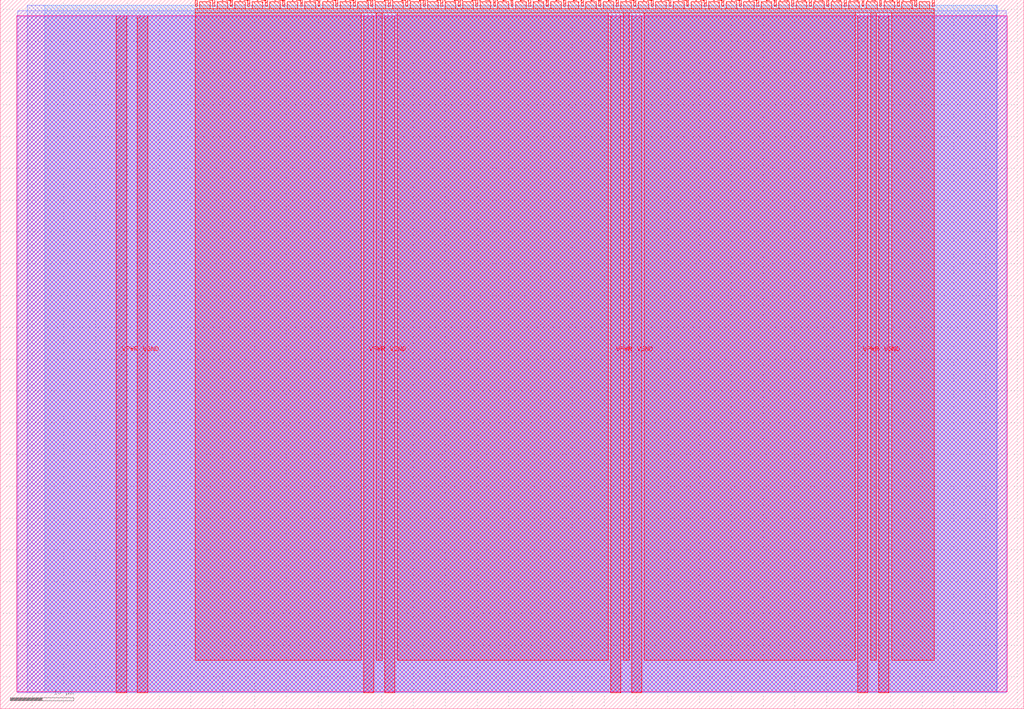
<source format=lef>
VERSION 5.7 ;
  NOWIREEXTENSIONATPIN ON ;
  DIVIDERCHAR "/" ;
  BUSBITCHARS "[]" ;
MACRO tt_um_lime_cic_filter
  CLASS BLOCK ;
  FOREIGN tt_um_lime_cic_filter ;
  ORIGIN 0.000 0.000 ;
  SIZE 161.000 BY 111.520 ;
  PIN VGND
    DIRECTION INOUT ;
    USE GROUND ;
    PORT
      LAYER met4 ;
        RECT 21.580 2.480 23.180 109.040 ;
    END
    PORT
      LAYER met4 ;
        RECT 60.450 2.480 62.050 109.040 ;
    END
    PORT
      LAYER met4 ;
        RECT 99.320 2.480 100.920 109.040 ;
    END
    PORT
      LAYER met4 ;
        RECT 138.190 2.480 139.790 109.040 ;
    END
  END VGND
  PIN VPWR
    DIRECTION INOUT ;
    USE POWER ;
    PORT
      LAYER met4 ;
        RECT 18.280 2.480 19.880 109.040 ;
    END
    PORT
      LAYER met4 ;
        RECT 57.150 2.480 58.750 109.040 ;
    END
    PORT
      LAYER met4 ;
        RECT 96.020 2.480 97.620 109.040 ;
    END
    PORT
      LAYER met4 ;
        RECT 134.890 2.480 136.490 109.040 ;
    END
  END VPWR
  PIN clk
    DIRECTION INPUT ;
    USE SIGNAL ;
    ANTENNAGATEAREA 0.852000 ;
    PORT
      LAYER met4 ;
        RECT 143.830 110.520 144.130 111.520 ;
    END
  END clk
  PIN ena
    DIRECTION INPUT ;
    USE SIGNAL ;
    ANTENNAGATEAREA 0.196500 ;
    PORT
      LAYER met4 ;
        RECT 146.590 110.520 146.890 111.520 ;
    END
  END ena
  PIN rst_n
    DIRECTION INPUT ;
    USE SIGNAL ;
    ANTENNAGATEAREA 0.196500 ;
    PORT
      LAYER met4 ;
        RECT 141.070 110.520 141.370 111.520 ;
    END
  END rst_n
  PIN ui_in[0]
    DIRECTION INPUT ;
    USE SIGNAL ;
    ANTENNAGATEAREA 0.213000 ;
    PORT
      LAYER met4 ;
        RECT 138.310 110.520 138.610 111.520 ;
    END
  END ui_in[0]
  PIN ui_in[1]
    DIRECTION INPUT ;
    USE SIGNAL ;
    ANTENNAGATEAREA 0.196500 ;
    PORT
      LAYER met4 ;
        RECT 135.550 110.520 135.850 111.520 ;
    END
  END ui_in[1]
  PIN ui_in[2]
    DIRECTION INPUT ;
    USE SIGNAL ;
    ANTENNAGATEAREA 0.213000 ;
    PORT
      LAYER met4 ;
        RECT 132.790 110.520 133.090 111.520 ;
    END
  END ui_in[2]
  PIN ui_in[3]
    DIRECTION INPUT ;
    USE SIGNAL ;
    ANTENNAGATEAREA 0.196500 ;
    PORT
      LAYER met4 ;
        RECT 130.030 110.520 130.330 111.520 ;
    END
  END ui_in[3]
  PIN ui_in[4]
    DIRECTION INPUT ;
    USE SIGNAL ;
    ANTENNAGATEAREA 0.196500 ;
    PORT
      LAYER met4 ;
        RECT 127.270 110.520 127.570 111.520 ;
    END
  END ui_in[4]
  PIN ui_in[5]
    DIRECTION INPUT ;
    USE SIGNAL ;
    ANTENNAGATEAREA 0.196500 ;
    PORT
      LAYER met4 ;
        RECT 124.510 110.520 124.810 111.520 ;
    END
  END ui_in[5]
  PIN ui_in[6]
    DIRECTION INPUT ;
    USE SIGNAL ;
    ANTENNAGATEAREA 0.196500 ;
    PORT
      LAYER met4 ;
        RECT 121.750 110.520 122.050 111.520 ;
    END
  END ui_in[6]
  PIN ui_in[7]
    DIRECTION INPUT ;
    USE SIGNAL ;
    ANTENNAGATEAREA 0.196500 ;
    PORT
      LAYER met4 ;
        RECT 118.990 110.520 119.290 111.520 ;
    END
  END ui_in[7]
  PIN uio_in[0]
    DIRECTION INPUT ;
    USE SIGNAL ;
    ANTENNAGATEAREA 0.196500 ;
    PORT
      LAYER met4 ;
        RECT 116.230 110.520 116.530 111.520 ;
    END
  END uio_in[0]
  PIN uio_in[1]
    DIRECTION INPUT ;
    USE SIGNAL ;
    ANTENNAGATEAREA 0.196500 ;
    PORT
      LAYER met4 ;
        RECT 113.470 110.520 113.770 111.520 ;
    END
  END uio_in[1]
  PIN uio_in[2]
    DIRECTION INPUT ;
    USE SIGNAL ;
    ANTENNAGATEAREA 0.196500 ;
    PORT
      LAYER met4 ;
        RECT 110.710 110.520 111.010 111.520 ;
    END
  END uio_in[2]
  PIN uio_in[3]
    DIRECTION INPUT ;
    USE SIGNAL ;
    ANTENNAGATEAREA 0.196500 ;
    PORT
      LAYER met4 ;
        RECT 107.950 110.520 108.250 111.520 ;
    END
  END uio_in[3]
  PIN uio_in[4]
    DIRECTION INPUT ;
    USE SIGNAL ;
    ANTENNAGATEAREA 0.196500 ;
    PORT
      LAYER met4 ;
        RECT 105.190 110.520 105.490 111.520 ;
    END
  END uio_in[4]
  PIN uio_in[5]
    DIRECTION INPUT ;
    USE SIGNAL ;
    ANTENNAGATEAREA 0.196500 ;
    PORT
      LAYER met4 ;
        RECT 102.430 110.520 102.730 111.520 ;
    END
  END uio_in[5]
  PIN uio_in[6]
    DIRECTION INPUT ;
    USE SIGNAL ;
    ANTENNAGATEAREA 0.196500 ;
    PORT
      LAYER met4 ;
        RECT 99.670 110.520 99.970 111.520 ;
    END
  END uio_in[6]
  PIN uio_in[7]
    DIRECTION INPUT ;
    USE SIGNAL ;
    ANTENNAGATEAREA 0.196500 ;
    PORT
      LAYER met4 ;
        RECT 96.910 110.520 97.210 111.520 ;
    END
  END uio_in[7]
  PIN uio_oe[0]
    DIRECTION OUTPUT ;
    USE SIGNAL ;
    ANTENNADIFFAREA 0.445500 ;
    PORT
      LAYER met4 ;
        RECT 49.990 110.520 50.290 111.520 ;
    END
  END uio_oe[0]
  PIN uio_oe[1]
    DIRECTION OUTPUT ;
    USE SIGNAL ;
    ANTENNADIFFAREA 0.445500 ;
    PORT
      LAYER met4 ;
        RECT 47.230 110.520 47.530 111.520 ;
    END
  END uio_oe[1]
  PIN uio_oe[2]
    DIRECTION OUTPUT ;
    USE SIGNAL ;
    ANTENNADIFFAREA 0.445500 ;
    PORT
      LAYER met4 ;
        RECT 44.470 110.520 44.770 111.520 ;
    END
  END uio_oe[2]
  PIN uio_oe[3]
    DIRECTION OUTPUT ;
    USE SIGNAL ;
    ANTENNADIFFAREA 0.445500 ;
    PORT
      LAYER met4 ;
        RECT 41.710 110.520 42.010 111.520 ;
    END
  END uio_oe[3]
  PIN uio_oe[4]
    DIRECTION OUTPUT ;
    USE SIGNAL ;
    ANTENNADIFFAREA 0.445500 ;
    PORT
      LAYER met4 ;
        RECT 38.950 110.520 39.250 111.520 ;
    END
  END uio_oe[4]
  PIN uio_oe[5]
    DIRECTION OUTPUT ;
    USE SIGNAL ;
    ANTENNADIFFAREA 0.445500 ;
    PORT
      LAYER met4 ;
        RECT 36.190 110.520 36.490 111.520 ;
    END
  END uio_oe[5]
  PIN uio_oe[6]
    DIRECTION OUTPUT ;
    USE SIGNAL ;
    ANTENNADIFFAREA 0.445500 ;
    PORT
      LAYER met4 ;
        RECT 33.430 110.520 33.730 111.520 ;
    END
  END uio_oe[6]
  PIN uio_oe[7]
    DIRECTION OUTPUT ;
    USE SIGNAL ;
    ANTENNAGATEAREA 1.113000 ;
    ANTENNADIFFAREA 0.891000 ;
    PORT
      LAYER met4 ;
        RECT 30.670 110.520 30.970 111.520 ;
    END
  END uio_oe[7]
  PIN uio_out[0]
    DIRECTION OUTPUT ;
    USE SIGNAL ;
    ANTENNADIFFAREA 0.891000 ;
    PORT
      LAYER met4 ;
        RECT 72.070 110.520 72.370 111.520 ;
    END
  END uio_out[0]
  PIN uio_out[1]
    DIRECTION OUTPUT ;
    USE SIGNAL ;
    ANTENNADIFFAREA 0.891000 ;
    PORT
      LAYER met4 ;
        RECT 69.310 110.520 69.610 111.520 ;
    END
  END uio_out[1]
  PIN uio_out[2]
    DIRECTION OUTPUT ;
    USE SIGNAL ;
    ANTENNADIFFAREA 0.891000 ;
    PORT
      LAYER met4 ;
        RECT 66.550 110.520 66.850 111.520 ;
    END
  END uio_out[2]
  PIN uio_out[3]
    DIRECTION OUTPUT ;
    USE SIGNAL ;
    ANTENNADIFFAREA 0.933750 ;
    PORT
      LAYER met4 ;
        RECT 63.790 110.520 64.090 111.520 ;
    END
  END uio_out[3]
  PIN uio_out[4]
    DIRECTION OUTPUT ;
    USE SIGNAL ;
    ANTENNADIFFAREA 0.933750 ;
    PORT
      LAYER met4 ;
        RECT 61.030 110.520 61.330 111.520 ;
    END
  END uio_out[4]
  PIN uio_out[5]
    DIRECTION OUTPUT ;
    USE SIGNAL ;
    ANTENNADIFFAREA 0.891000 ;
    PORT
      LAYER met4 ;
        RECT 58.270 110.520 58.570 111.520 ;
    END
  END uio_out[5]
  PIN uio_out[6]
    DIRECTION OUTPUT ;
    USE SIGNAL ;
    ANTENNADIFFAREA 0.445500 ;
    PORT
      LAYER met4 ;
        RECT 55.510 110.520 55.810 111.520 ;
    END
  END uio_out[6]
  PIN uio_out[7]
    DIRECTION OUTPUT ;
    USE SIGNAL ;
    ANTENNADIFFAREA 0.891000 ;
    PORT
      LAYER met4 ;
        RECT 52.750 110.520 53.050 111.520 ;
    END
  END uio_out[7]
  PIN uo_out[0]
    DIRECTION OUTPUT ;
    USE SIGNAL ;
    ANTENNADIFFAREA 0.891000 ;
    PORT
      LAYER met4 ;
        RECT 94.150 110.520 94.450 111.520 ;
    END
  END uo_out[0]
  PIN uo_out[1]
    DIRECTION OUTPUT ;
    USE SIGNAL ;
    ANTENNADIFFAREA 0.891000 ;
    PORT
      LAYER met4 ;
        RECT 91.390 110.520 91.690 111.520 ;
    END
  END uo_out[1]
  PIN uo_out[2]
    DIRECTION OUTPUT ;
    USE SIGNAL ;
    ANTENNADIFFAREA 0.891000 ;
    PORT
      LAYER met4 ;
        RECT 88.630 110.520 88.930 111.520 ;
    END
  END uo_out[2]
  PIN uo_out[3]
    DIRECTION OUTPUT ;
    USE SIGNAL ;
    ANTENNADIFFAREA 0.891000 ;
    PORT
      LAYER met4 ;
        RECT 85.870 110.520 86.170 111.520 ;
    END
  END uo_out[3]
  PIN uo_out[4]
    DIRECTION OUTPUT ;
    USE SIGNAL ;
    ANTENNADIFFAREA 0.891000 ;
    PORT
      LAYER met4 ;
        RECT 83.110 110.520 83.410 111.520 ;
    END
  END uo_out[4]
  PIN uo_out[5]
    DIRECTION OUTPUT ;
    USE SIGNAL ;
    ANTENNADIFFAREA 0.891000 ;
    PORT
      LAYER met4 ;
        RECT 80.350 110.520 80.650 111.520 ;
    END
  END uo_out[5]
  PIN uo_out[6]
    DIRECTION OUTPUT ;
    USE SIGNAL ;
    ANTENNADIFFAREA 0.445500 ;
    PORT
      LAYER met4 ;
        RECT 77.590 110.520 77.890 111.520 ;
    END
  END uo_out[6]
  PIN uo_out[7]
    DIRECTION OUTPUT ;
    USE SIGNAL ;
    ANTENNADIFFAREA 0.891000 ;
    PORT
      LAYER met4 ;
        RECT 74.830 110.520 75.130 111.520 ;
    END
  END uo_out[7]
  OBS
      LAYER nwell ;
        RECT 2.570 2.635 158.430 108.990 ;
      LAYER li1 ;
        RECT 2.760 2.635 158.240 108.885 ;
      LAYER met1 ;
        RECT 2.760 2.480 158.240 109.780 ;
      LAYER met2 ;
        RECT 4.240 2.535 156.770 110.685 ;
      LAYER met3 ;
        RECT 6.965 2.555 156.795 110.665 ;
      LAYER met4 ;
        RECT 31.370 110.120 33.030 111.170 ;
        RECT 34.130 110.120 35.790 111.170 ;
        RECT 36.890 110.120 38.550 111.170 ;
        RECT 39.650 110.120 41.310 111.170 ;
        RECT 42.410 110.120 44.070 111.170 ;
        RECT 45.170 110.120 46.830 111.170 ;
        RECT 47.930 110.120 49.590 111.170 ;
        RECT 50.690 110.120 52.350 111.170 ;
        RECT 53.450 110.120 55.110 111.170 ;
        RECT 56.210 110.120 57.870 111.170 ;
        RECT 58.970 110.120 60.630 111.170 ;
        RECT 61.730 110.120 63.390 111.170 ;
        RECT 64.490 110.120 66.150 111.170 ;
        RECT 67.250 110.120 68.910 111.170 ;
        RECT 70.010 110.120 71.670 111.170 ;
        RECT 72.770 110.120 74.430 111.170 ;
        RECT 75.530 110.120 77.190 111.170 ;
        RECT 78.290 110.120 79.950 111.170 ;
        RECT 81.050 110.120 82.710 111.170 ;
        RECT 83.810 110.120 85.470 111.170 ;
        RECT 86.570 110.120 88.230 111.170 ;
        RECT 89.330 110.120 90.990 111.170 ;
        RECT 92.090 110.120 93.750 111.170 ;
        RECT 94.850 110.120 96.510 111.170 ;
        RECT 97.610 110.120 99.270 111.170 ;
        RECT 100.370 110.120 102.030 111.170 ;
        RECT 103.130 110.120 104.790 111.170 ;
        RECT 105.890 110.120 107.550 111.170 ;
        RECT 108.650 110.120 110.310 111.170 ;
        RECT 111.410 110.120 113.070 111.170 ;
        RECT 114.170 110.120 115.830 111.170 ;
        RECT 116.930 110.120 118.590 111.170 ;
        RECT 119.690 110.120 121.350 111.170 ;
        RECT 122.450 110.120 124.110 111.170 ;
        RECT 125.210 110.120 126.870 111.170 ;
        RECT 127.970 110.120 129.630 111.170 ;
        RECT 130.730 110.120 132.390 111.170 ;
        RECT 133.490 110.120 135.150 111.170 ;
        RECT 136.250 110.120 137.910 111.170 ;
        RECT 139.010 110.120 140.670 111.170 ;
        RECT 141.770 110.120 143.430 111.170 ;
        RECT 144.530 110.120 146.190 111.170 ;
        RECT 30.655 109.440 146.905 110.120 ;
        RECT 30.655 7.655 56.750 109.440 ;
        RECT 59.150 7.655 60.050 109.440 ;
        RECT 62.450 7.655 95.620 109.440 ;
        RECT 98.020 7.655 98.920 109.440 ;
        RECT 101.320 7.655 134.490 109.440 ;
        RECT 136.890 7.655 137.790 109.440 ;
        RECT 140.190 7.655 146.905 109.440 ;
  END
END tt_um_lime_cic_filter
END LIBRARY


</source>
